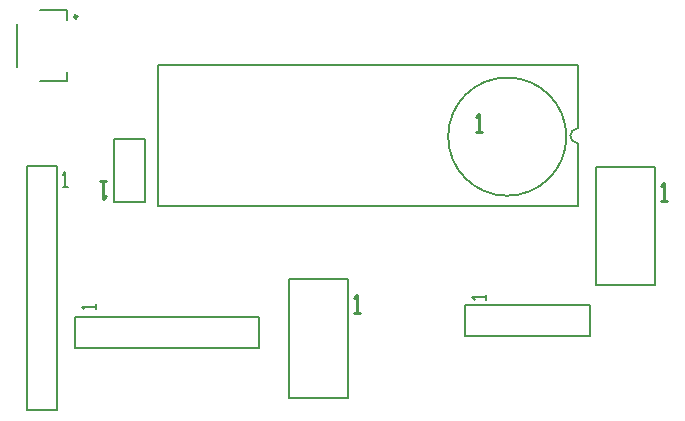
<source format=gto>
G04*
G04 #@! TF.GenerationSoftware,Altium Limited,Altium Designer,20.0.13 (296)*
G04*
G04 Layer_Color=65535*
%FSLAX25Y25*%
%MOIN*%
G70*
G01*
G75*
%ADD10C,0.00787*%
%ADD11C,0.01181*%
%ADD12C,0.00500*%
%ADD13C,0.01000*%
D10*
X188917Y91791D02*
G03*
X188917Y86791I0J-2500D01*
G01*
X185055Y88976D02*
G03*
X185055Y88976I-19701J0D01*
G01*
X92520Y1968D02*
Y41339D01*
Y1968D02*
X112205D01*
Y41339D01*
X92520D02*
X112205D01*
X5118Y79016D02*
X15354D01*
Y-2087D02*
Y79016D01*
X5118Y-2087D02*
X15354D01*
X5118D02*
Y79016D01*
X48917Y112854D02*
X188917D01*
X48917Y65728D02*
Y112854D01*
Y65728D02*
X188917D01*
Y86791D01*
Y91791D02*
Y112854D01*
X194882Y39370D02*
Y78740D01*
Y39370D02*
X214567D01*
Y78740D01*
X194882D02*
X214567D01*
X151338Y22441D02*
Y32677D01*
X193071D01*
Y22441D02*
Y32677D01*
X151338Y22441D02*
X193071D01*
X34252Y67047D02*
X44488D01*
X34252D02*
Y88307D01*
X44488D01*
Y67047D02*
Y88307D01*
X21221Y18504D02*
X82638D01*
Y28740D01*
X21221D02*
X82638D01*
X21221Y18504D02*
Y28740D01*
X17323Y72323D02*
X18897D01*
X18110D01*
Y77046D01*
X17323Y76259D01*
X158425Y34646D02*
Y36220D01*
Y35433D01*
X153702D01*
X154489Y34646D01*
X28307Y31496D02*
Y33070D01*
Y32283D01*
X23584D01*
X24371Y31496D01*
D11*
X21890Y128937D02*
G03*
X21890Y128937I-394J0D01*
G01*
D12*
X1968Y112205D02*
Y126378D01*
X9744Y107480D02*
X18701D01*
Y110630D01*
X9744Y131102D02*
X18701D01*
Y127953D02*
Y131102D01*
D13*
X114386Y30134D02*
X116385D01*
X115385D01*
Y36132D01*
X114386Y35132D01*
X155035Y90665D02*
X157035D01*
X156035D01*
Y96663D01*
X155035Y95664D01*
X216748Y67535D02*
X218747D01*
X217748D01*
Y73533D01*
X216748Y72534D01*
X31677Y74315D02*
X29678D01*
X30677D01*
Y68317D01*
X31677Y69317D01*
M02*

</source>
